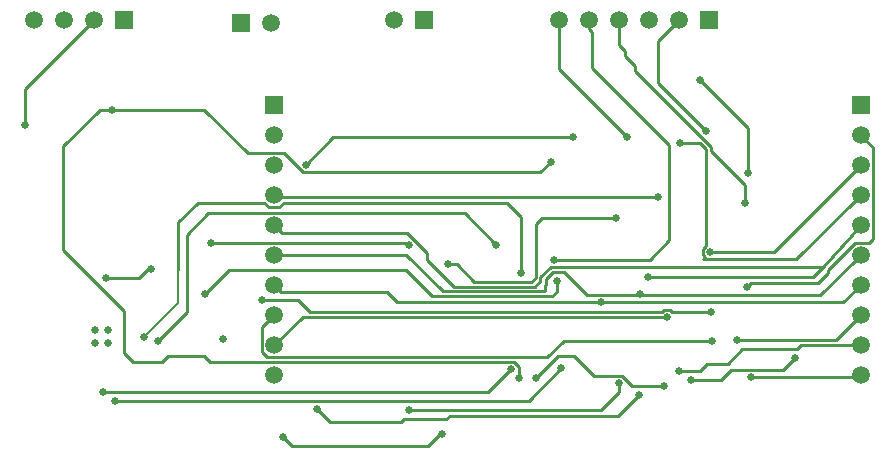
<source format=gbl>
%FSTAX23Y23*%
%MOIN*%
%SFA1B1*%

%IPPOS*%
%ADD21R,0.059060X0.059060*%
%ADD27C,0.010000*%
%ADD31C,0.008000*%
%ADD32C,0.059060*%
%ADD33R,0.059060X0.059060*%
%ADD34C,0.025000*%
%LNhanc_digital-1*%
%LPD*%
G54D21*
X06385Y04235D03*
X0443D03*
G54D27*
X0601Y0401D02*
Y0416D01*
X0585Y0432D02*
X0601Y0416D01*
X05586Y04532D02*
X0559Y04528D01*
X05886Y04082D02*
X06Y03968D01*
X0571Y0445D02*
X0578Y0452D01*
X0571Y0431D02*
Y0445D01*
Y0431D02*
X0587Y0415D01*
X0549Y04358D02*
Y04477D01*
X0548Y04487D02*
X0549Y04477D01*
Y04358D02*
X05746Y04102D01*
X0548Y04487D02*
Y0452D01*
X05746Y03784D02*
Y04102D01*
X05583Y04526D02*
X05586Y04532D01*
X05583Y04526D02*
X0559Y04528D01*
X056Y04398D02*
X05633Y04364D01*
X0558Y04435D02*
X056Y04415D01*
Y04398D02*
Y04415D01*
X0558Y04435D02*
Y0452D01*
Y04525D02*
X05583Y04526D01*
X0558Y0452D02*
X05583Y04526D01*
X0558Y0452D02*
Y04525D01*
X05633Y04349D02*
Y04364D01*
Y04349D02*
X05886Y04096D01*
Y04082D02*
Y04096D01*
X0586Y03735D02*
X05867Y03727D01*
X0586Y03735D02*
Y03754D01*
X0587Y03764*
Y0409*
X0585Y0411D02*
X0587Y0409D01*
X05783Y0411D02*
X0585D01*
X06Y0391D02*
Y03968D01*
X0637Y0372D02*
X06385D01*
X05474Y03601D02*
X05649D01*
X0414Y03803D02*
X0421Y03874D01*
X0414Y03546D02*
Y03803D01*
X0421Y03874D02*
X04411D01*
X0422Y03775D02*
X04874D01*
X0488Y0377*
X04873Y0381D02*
X0494Y03743D01*
Y0372D02*
Y03743D01*
Y0372D02*
X05029Y0363D01*
X04455Y0381D02*
X04873D01*
X05029Y0363D02*
X053D01*
X04411Y03874D02*
X04413Y03875D01*
X04448Y03874D02*
X05066D01*
X04446Y03875D02*
X04448Y03874D01*
X05066D02*
X0517Y0377D01*
X04446Y03894D02*
X04462Y0391D01*
X04413Y03894D02*
X04446D01*
X04462Y0391D02*
X05207D01*
X04397D02*
X04413Y03894D01*
X04175Y0391D02*
X04397D01*
X05207D02*
X05254Y03862D01*
X0411Y03845D02*
X04175Y0391D01*
X0443Y03835D02*
X04455Y0381D01*
X0517Y0377D02*
X05176D01*
X04279Y03685D02*
X04869D01*
X042Y03606D02*
X04279Y03685D01*
X04869D02*
X04956Y03597D01*
X0411Y03685D02*
Y03845D01*
X04043Y03449D02*
X0414Y03546D01*
X0401Y0369D02*
X0402D01*
X0398Y0366D02*
X0401Y0369D01*
X0387Y0366D02*
X0398D01*
X04943Y031D02*
X04983Y0314D01*
X0449Y031D02*
X04943D01*
X0446Y0313D02*
X0449Y031D01*
X04853Y0318D02*
X04862Y03188D01*
X05575Y032D02*
X05645Y0327D01*
X05016Y032D02*
X05575D01*
X05004Y03188D02*
X05016Y032D01*
X05521Y0322D02*
X0558Y03279D01*
X0488Y0322D02*
X05521D01*
X04862Y03188D02*
X05004D01*
X04615Y0318D02*
X04853D01*
X04574Y03221D02*
X04615Y0318D01*
X0637Y0402D02*
X06385D01*
X0637Y0362D02*
X06385D01*
X0637Y0352D02*
X06385D01*
X06375Y0333D02*
X06385Y0332D01*
Y0412D02*
X064D01*
X0637Y0392D02*
X06385D01*
X0637Y03435D02*
X06385Y0342D01*
X06008Y03629D02*
X0602Y03641D01*
X04956Y03597D02*
X05358D01*
X05991Y03421D02*
X06174D01*
X05287Y03646D02*
X05302Y0366D01*
Y03837D02*
X05322Y03858D01*
X04407Y03394D02*
X0534D01*
X05335Y03655D02*
X0536Y0368D01*
X04992Y03614D02*
X05334D01*
X05318Y03647D02*
Y03661D01*
X0443Y03635D02*
X04454Y03611D01*
X04808*
X05521Y03572D02*
Y03578D01*
X05279Y03249D02*
X05388Y03358D01*
X03862Y03277D02*
X05142D01*
X06261Y03696D02*
X06385Y03835D01*
X05098Y03646D02*
X05287D01*
X04413Y03875D02*
X04446D01*
X05322Y03858D02*
X0557D01*
X05302Y0366D02*
Y03837D01*
X0504Y03705D02*
X05098Y03646D01*
X0501Y03705D02*
X0504D01*
X0602Y03641D02*
X06242D01*
X05373Y03612D02*
Y03649D01*
X05358Y03597D02*
X05373Y03612D01*
X05254Y03675D02*
Y03862D01*
X04389Y03412D02*
X04407Y03394D01*
X04389Y03412D02*
Y03494D01*
X0443Y03535*
X0538Y04355D02*
Y0452D01*
X0451Y03585D02*
X04549Y03546D01*
X04389Y03585D02*
X0451D01*
X0536Y0368D02*
X05395D01*
X05334Y03614D02*
X05335Y03655D01*
X04871Y03735D02*
X04992Y03614D01*
X0443Y03735D02*
X04871D01*
X05675Y03663D02*
X06228D01*
X06261Y03696*
X05318Y03661D02*
X05353Y03696D01*
X053Y0363D02*
X05318Y03647D01*
X04841Y03578D02*
X05521D01*
X04808Y03611D02*
X04841Y03578D01*
X03899Y03249D02*
X05279D01*
X05142Y03277D02*
X05219Y03354D01*
X03862Y03277D02*
X03864Y03279D01*
X05362Y0372D02*
X05682D01*
X05304Y03326D02*
X05377Y03399D01*
X05431*
X04076Y03398D02*
X04197D01*
X05229Y03378D02*
X05245Y03362D01*
X03959Y0338D02*
X04058D01*
X05245Y03326D02*
Y03362D01*
X04197Y03398D02*
X04217Y03378D01*
X05229*
X04058Y0338D02*
X04076Y03398D01*
X06174Y03421D02*
X06188Y03435D01*
X0637*
X0602Y0333D02*
X06375D01*
X05974Y03452D02*
X06302D01*
X0637Y0352*
X06251Y03601D02*
X0637Y0372D01*
X06413Y03775D02*
X06426Y03787D01*
X06275Y03674D02*
Y03685D01*
X06242Y03641D02*
X06275Y03674D01*
Y03685D02*
X06365Y03775D01*
X06367*
X06368Y03775*
X06401*
X06402Y03775*
X06413*
X06171Y03721D02*
X0637Y0392D01*
X05884Y03745D02*
X06095D01*
X0637Y0402*
X064Y0412D02*
X06426Y04094D01*
Y03787D02*
Y04094D01*
X0558Y03279D02*
Y0331D01*
X06328Y03578D02*
X0637Y0362D01*
X05521Y03578D02*
X06328D01*
X05649Y03605D02*
X05655D01*
Y03601D02*
X06251D01*
X05395Y0368D02*
X05474Y03601D01*
X0443Y03435D02*
X04525Y0353D01*
X0573Y03553D02*
X05749D01*
X05757Y03546*
X05886*
X04549D02*
X05722D01*
X0573Y03553*
X04525Y0353D02*
X0574D01*
X06127Y03353D02*
X06167Y03393D01*
X05496Y03333D02*
X05589D01*
X05431Y03399D02*
X05496Y03333D01*
X05943Y03373D02*
X05991Y03421D01*
X0534Y03394D02*
X05396Y0345D01*
X0589*
X05623Y033D02*
X0573D01*
X05589Y03333D02*
X05623Y033D01*
X0582Y0332D02*
X0592D01*
X05953Y03353*
X06127*
X05873Y03373D02*
X05943D01*
X0585Y0335D02*
X05873Y03373D01*
X0578Y0335D02*
X0585D01*
X03727Y03751D02*
X0393Y03547D01*
Y03409D02*
Y03547D01*
Y03409D02*
X03959Y0338D01*
X04627Y04127D02*
X05428D01*
X04536Y04036D02*
X04627Y04127D01*
X04342Y04075D02*
X04463D01*
X04526Y04012*
X03727Y03751D02*
Y04097D01*
X0385Y0422D02*
X0389D01*
X04197*
X03727Y04097D02*
X0385Y0422D01*
X04197D02*
X04342Y04075D01*
X04526Y04012D02*
X05317D01*
X05318Y04012*
X05352Y04046*
X036Y0429D02*
X0383Y0452D01*
X036Y0417D02*
Y0429D01*
X05353Y03696D02*
X06261D01*
X05861Y03721D02*
X06171D01*
X0559Y04528D02*
D01*
X0538Y04355D02*
X05605Y0413D01*
X05861Y03721D02*
X05867Y03727D01*
X05682Y0372D02*
X05746Y03784D01*
X0443Y03935D02*
X04435Y0393D01*
X0571*
G54D31*
X0411Y03575D02*
Y03685D01*
X03996Y03461D02*
X0411Y03575D01*
G54D32*
X06385Y04135D03*
Y03935D03*
Y03835D03*
Y03735D03*
Y03635D03*
Y03535D03*
Y03435D03*
Y03335D03*
Y04035D03*
X0443Y04135D03*
Y03935D03*
Y03835D03*
Y03735D03*
Y03635D03*
Y03535D03*
Y03435D03*
Y03335D03*
Y04035D03*
X0442Y0451D03*
X0383Y0452D03*
X0373D03*
X0363D03*
X0483D03*
X0538D03*
X0548D03*
X0558D03*
X0568D03*
X0578D03*
G54D33*
X0432Y0451D03*
X0393Y0452D03*
X0493D03*
X0588D03*
G54D34*
X0601Y0401D03*
X0587Y0415D03*
X06Y0391D03*
X0585Y0432D03*
X04259Y03455D03*
X0422Y03775D03*
X0488Y0377D03*
X0517D03*
X0402Y0369D03*
X0387Y0366D03*
X03833Y03486D03*
X03876D03*
X03833Y03443D03*
X03876D03*
X0446Y0313D03*
X0499Y0314D03*
X0488Y0322D03*
X05428Y04127D03*
X04536Y04036D03*
X0557Y03858D03*
X0501Y03705D03*
X05884Y03745D03*
X06008Y03629D03*
X0602Y0333D03*
X05373Y03649D03*
X042Y03606D03*
X05254Y03675D03*
X04043Y03449D03*
X05974Y03452D03*
X05645Y0327D03*
X04574Y03221D03*
X05886Y03546D03*
X04389Y03585D03*
X05675Y03663D03*
X05388Y03358D03*
X03899Y03249D03*
X05219Y03354D03*
X05362Y0372D03*
X06167Y03393D03*
X05304Y03326D03*
X05245D03*
X05352Y04046D03*
X0558Y0331D03*
X03859Y03279D03*
X05521Y03578D03*
X05649Y03605D03*
X0574Y0353D03*
X0589Y0345D03*
X0573Y033D03*
X0582Y0332D03*
X0578Y0335D03*
X03996Y03461D03*
X0389Y0422D03*
X036Y0417D03*
X05605Y0413D03*
X0571Y0393D03*
X05783Y0411D03*
M02*
</source>
